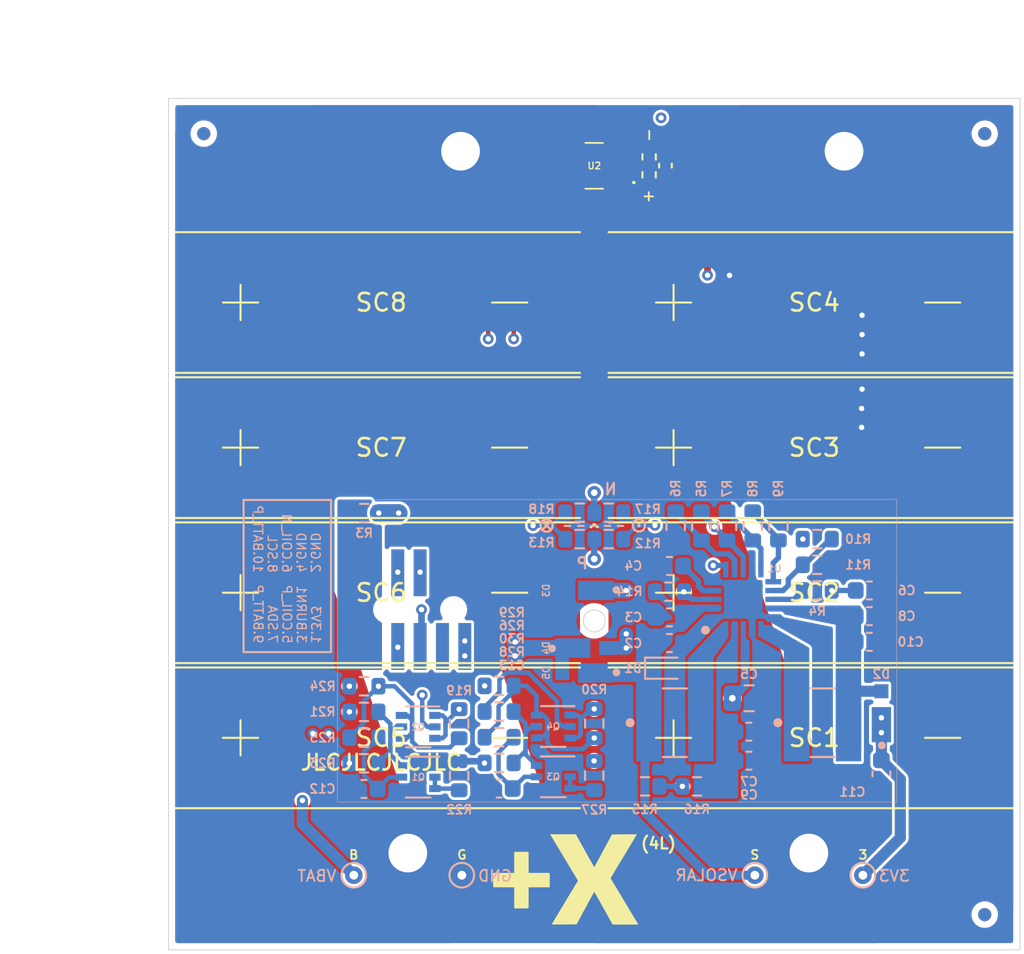
<source format=kicad_pcb>
(kicad_pcb (version 20211014) (generator pcbnew)
  (layers (0 "F.Cu" signal "Top") (1 "In1.Cu" signal) (2 "In2.Cu" signal) (31 "B.Cu" signal "Bottom") (34 "B.Paste" user) (35 "F.Paste" user) (36 "B.SilkS" user "B.Silkscreen") (37 "F.SilkS" user "F.Silkscreen") (38 "B.Mask" user) (39 "F.Mask" user) (44 "Edge.Cuts" user))
  (net 0 "")
  (net 1 "GND")
  (net 2 "+3V3")
  (net 3 "Net-(C7-Pad1)")
  (net 4 "Net-(L1-Pad2)")
  (net 5 "VOUT_EN")
  (net 6 "VSOLAR")
  (net 7 "VBAT_OK")
  (net 8 "SDA")
  (net 9 "BATT_P")
  (net 10 "COIL_N")
  (net 11 "COIL_P")
  (net 12 "Net-(C4-Pad1)")
  (net 13 "Net-(C10-Pad1)")
  (net 14 "Net-(L2-Pad1)")
  (net 15 "Net-(R10-Pad2)")
  (net 16 "Net-(R5-Pad1)")
  (net 17 "Net-(R7-Pad1)")
  (net 18 "Net-(R8-Pad1)")
  (net 19 "Net-(R10-Pad1)")
  (net 20 "Net-(R14-Pad1)")
  (net 21 "Net-(C12-Pad1)")
  (net 22 "/coil")
  (net 23 "/VSOLAR_FULL")
  (net 24 "BURN1")
  (net 25 "Net-(C13-Pad1)")
  (net 26 "Net-(D3-Pad1)")
  (net 27 "SCL")
  (net 28 "Net-(Q1-Pad2)")
  (net 29 "Net-(Q1-Pad6)")
  (net 30 "Net-(Q2-Pad2)")
  (net 31 "SCL_LS")
  (net 32 "Net-(Q3-Pad2)")
  (net 33 "Net-(Q3-Pad6)")
  (net 34 "Net-(Q4-Pad2)")
  (net 35 "SDA_LS")
  (net 36 "Net-(R1-Pad1)")
  (net 38 "VBAT")
  (footprint "solarpanels:KXOB25-05X3F" (layer "F.Cu") (at 83.89 78.65)
    (fp_text reference "SC5")
    (fp_text value "SolarCell_Small")
  )
  (footprint "solarpanels:KXOB25-05X3F" (layer "F.Cu") (at 83.89 70.4)
    (fp_text reference "SC6")
    (fp_text value "SolarCell_Small")
  )
  (footprint "solarpanels:KXOB25-05X3F" (layer "F.Cu") (at 83.89 62.149996)
    (fp_text reference "SC7")
    (fp_text value "SolarCell_Small")
  )
  (footprint "solarpanels:KXOB25-05X3F" (layer "F.Cu") (at 108.51 78.65)
    (fp_text reference "SC1")
    (fp_text value "SolarCell_Small")
  )
  (footprint "solarpanels:KXOB25-05X3F" (layer "F.Cu") (at 108.51 70.4)
    (fp_text reference "SC2")
    (fp_text value "SolarCell_Small")
  )
  (footprint "solarpanels:KXOB25-05X3F" (layer "F.Cu") (at 108.51 62.149996)
    (fp_text reference "SC3")
    (fp_text value "SolarCell_Small")
  )
  (footprint "solarpanels:KXOB25-05X3F" (layer "F.Cu") (at 108.51 53.9)
    (fp_text reference "SC4")
    (fp_text value "SolarCell_Small")
  )
  (footprint "Capacitor_SMD:C_0402_1005Metric" (layer "F.Cu") (at 110.75 46.12 -90)
    (fp_text reference "C1" hide)
    (fp_text value "1uF")
  )
  (footprint "Resistor_SMD:R_0402_1005Metric" (layer "F.Cu") (at 109.82 46.64 -90)
    (fp_text reference "R1" hide)
    (fp_text value "0")
  )
  (footprint "solarpanels:TSL2561" (layer "F.Cu") (at 106.7 46.13 180)
    (fp_text reference "U2")
    (fp_text value "TSL2561" hide)
  )
  (footprint "Resistor_SMD:R_0402_1005Metric" (layer "F.Cu") (at 109.82 45.62 -90)
    (fp_text reference "R2" hide)
    (fp_text value "0")
  )
  (footprint "Fiducial:Fiducial_0.75mm_Mask1.5mm" (layer "F.Cu") (at 128.9 88.7)
    (fp_text reference "REF**" hide)
    (fp_text value "Fiducial_0.75mm_Mask1.5mm")
  )
  (footprint "Fiducial:Fiducial_0.75mm_Mask1.5mm" (layer "F.Cu") (at 84.5 44.3)
    (fp_text reference "REF**" hide)
    (fp_text value "Fiducial_0.75mm_Mask1.5mm")
  )
  (footprint "Fiducial:Fiducial_0.75mm_Mask1.5mm" (layer "F.Cu") (at 128.9 44.3)
    (fp_text reference "REF**" hide)
    (fp_text value "Fiducial_0.75mm_Mask1.5mm")
  )
  (footprint "solarpanels:KXOB25-05X3F" (layer "F.Cu") (at 83.89 53.9)
    (fp_text reference "SC8")
    (fp_text value "SolarCell_Small")
  )
  (footprint "X Label" (layer "F.Cu") (at 106.7 88.205445)
    (fp_text reference "REF**" hide)
    (fp_text value "X Label" hide)
  )
  (footprint "Capacitor_SMD:C_0805_2012Metric" (layer "B.Cu") (at 115.5 76.4)
    (fp_text reference "C5")
    (fp_text value "100uF")
  )
  (footprint "Capacitor_SMD:C_0603_1608Metric" (layer "B.Cu") (at 115.5 79.95)
    (fp_text reference "C9")
    (fp_text value "0.1uF")
  )
  (footprint "Capacitor_SMD:C_0603_1608Metric" (layer "B.Cu") (at 122.34 71.73)
    (fp_text reference "C8")
    (fp_text value "22uF")
  )
  (footprint "Capacitor_SMD:C_0603_1608Metric" (layer "B.Cu") (at 122.34 70.27)
    (fp_text reference "C6")
    (fp_text value "1uF")
  )
  (footprint "Capacitor_SMD:C_0603_1608Metric" (layer "B.Cu") (at 110.975 68.88 180)
    (fp_text reference "C4")
    (fp_text value "10nF")
  )
  (footprint "solarpanels:LPS4018" (layer "B.Cu") (at 119.67924 77.78963)
    (fp_text reference "L2" hide)
    (fp_text value "10uH-LPS4018-103MR" hide)
  )
  (footprint "Resistor_SMD:R_0603_1608Metric" (layer "B.Cu") (at 109.58 81.41)
    (fp_text reference "R15")
    (fp_text value "DNI")
  )
  (footprint "Resistor_SMD:R_0603_1608Metric" (layer "B.Cu") (at 117.17 66.6 -90)
    (fp_text reference "R9")
    (fp_text value "4.53M")
  )
  (footprint "Resistor_SMD:R_0603_1608Metric" (layer "B.Cu") (at 119.38 68.81 180)
    (fp_text reference "R11")
    (fp_text value "4.75M")
  )
  (footprint "Resistor_SMD:R_0603_1608Metric" (layer "B.Cu") (at 114.25 66.6 -90)
    (fp_text reference "R7")
    (fp_text value "374K")
  )
  (footprint "Resistor_SMD:R_0603_1608Metric" (layer "B.Cu") (at 119.38 70.27)
    (fp_text reference "R4")
    (fp_text value "0")
  )
  (footprint "Resistor_SMD:R_0603_1608Metric" (layer "B.Cu") (at 115.71 66.6 -90)
    (fp_text reference "R8")
    (fp_text value "8.25M")
  )
  (footprint "Resistor_SMD:R_0603_1608Metric" (layer "B.Cu") (at 110.975 70.34 180)
    (fp_text reference "R14")
    (fp_text value "DNI")
  )
  (footprint "Resistor_SMD:R_0603_1608Metric" (layer "B.Cu") (at 119.38 67.35 180)
    (fp_text reference "R10")
    (fp_text value "8.25M")
  )
  (footprint "solarpanels:QFN50P350X350X100-21N-D" (layer "B.Cu") (at 115.175 70.775)
    (fp_text reference "U1")
    (fp_text value "BQ25570RGRR" hide)
  )
  (footprint "solarpanels:LPS4018" (layer "B.Cu") (at 111.27924 77.78963)
    (fp_text reference "L1" hide)
    (fp_text value "22uH-LPS4018-223MR" hide)
  )
  (footprint "Resistor_SMD:R_0603_1608Metric" (layer "B.Cu") (at 112.54 81.41 180)
    (fp_text reference "R16")
    (fp_text value "0")
  )
  (footprint "Resistor_SMD:R_0603_1608Metric" (layer "B.Cu") (at 112.79 66.6 90)
    (fp_text reference "R5")
    (fp_text value "7.32M")
  )
  (footprint "Capacitor_SMD:C_0603_1608Metric" (layer "B.Cu") (at 115.5 78.3)
    (fp_text reference "C7")
    (fp_text value "4.7uF")
  )
  (footprint "solarpanels:MICROSMP" (layer "B.Cu") (at 123.025 77.25 90)
    (fp_text reference "D2")
    (fp_text value "MSS1P4-M3_89A" hide)
  )
  (footprint "Resistor_SMD:R_0603_1608Metric" (layer "B.Cu") (at 111.33 66.6 90)
    (fp_text reference "R6")
    (fp_text value "5.62M")
  )
  (footprint "Capacitor_SMD:C_0603_1608Metric" (layer "B.Cu") (at 110.975 71.8 180)
    (fp_text reference "C3")
    (fp_text value "4.7uF")
  )
  (footprint "TestPoint:TestPoint_THTPad_D1.0mm_Drill0.5mm" (layer "B.Cu") (at 99.17 86.46)
    (fp_text reference "TP2" hide)
    (fp_text value "TP")
  )
  (footprint "TestPoint:TestPoint_THTPad_D1.0mm_Drill0.5mm" (layer "B.Cu") (at 121.97 86.46)
    (fp_text reference "TP3" hide)
    (fp_text value "TP")
  )
  (footprint "TestPoint:TestPoint_THTPad_D1.0mm_Drill0.5mm" (layer "B.Cu") (at 93.03 86.46)
    (fp_text reference "TP4" hide)
    (fp_text value "TP")
  )
  (footprint "TestPoint:TestPoint_THTPad_D1.0mm_Drill0.5mm" (layer "B.Cu") (at 115.83 86.46)
    (fp_text reference "TP1" hide)
    (fp_text value "TP")
  )
  (footprint "Resistor_SMD:R_0603_1608Metric" (layer "B.Cu") (at 105.875 65.85)
    (fp_text reference "R18")
    (fp_text value "0")
  )
  (footprint "Resistor_SMD:R_0603_1608Metric" (layer "B.Cu") (at 107.525 65.85)
    (fp_text reference "R17")
    (fp_text value "0")
  )
  (footprint "Resistor_SMD:R_0603_1608Metric" (layer "B.Cu") (at 107.525 67.35)
    (fp_text reference "R12")
    (fp_text value "0")
  )
  (footprint "Resistor_SMD:R_0603_1608Metric" (layer "B.Cu") (at 105.875 67.35)
    (fp_text reference "R13")
    (fp_text value "0")
  )
  (footprint "Fiducial:Fiducial_0.75mm_Mask1.5mm" (layer "B.Cu") (at 128.9 44.3)
    (fp_text reference "REF**" hide)
    (fp_text value "Fiducial_0.75mm_Mask1.5mm")
  )
  (footprint "Fiducial:Fiducial_0.75mm_Mask1.5mm" (layer "B.Cu") (at 84.5 44.3)
    (fp_text reference "REF**" hide)
    (fp_text value "Fiducial_0.75mm_Mask1.5mm")
  )
  (footprint "Fiducial:Fiducial_0.75mm_Mask1.5mm" (layer "B.Cu") (at 128.9 88.7)
    (fp_text reference "REF**" hide)
    (fp_text value "Fiducial_0.75mm_Mask1.5mm")
  )
  (footprint "Diode_SMD:D_SOD-523" (layer "B.Cu") (at 110.74 74.69)
    (fp_text reference "D1")
    (fp_text value "SZMM5Z5V1T1G")
  )
  (footprint "Resistor_SMD:R_0603_1608Metric" (layer "B.Cu") (at 99.02 80.805 -90)
    (fp_text reference "R22")
    (fp_text value "100K")
  )
  (footprint "Resistor_SMD:R_0603_1608Metric" (layer "B.Cu") (at 101.29 77.155)
    (fp_text reference "R26")
    (fp_text value "680")
  )
  (footprint "solarpanels:MICROSMP" (layer "B.Cu") (at 106.13 74.96 180)
    (fp_text reference "D5")
    (fp_text value "MSS1P4-M3_89A" hide)
  )
  (footprint "solarpanels:MICROSMP" (layer "B.Cu") (at 106.13 70.27 180)
    (fp_text reference "D3")
    (fp_text value "MSS1P4-M3_89A" hide)
  )
  (footprint "Capacitor_SMD:C_0603_1608Metric" (layer "B.Cu") (at 123.025 80.7 -90)
    (fp_text reference "C11")
    (fp_text value "0.1uF")
  )
  (footprint "Resistor_SMD:R_0603_1608Metric" (layer "B.Cu") (at 93.605 77.175)
    (fp_text reference "R21")
    (fp_text value "680")
  )
  (footprint "MountingHole:MountingHole_2.2mm_M2_DIN965_Pad" (layer "B.Cu") (at 99.100005 45.300011 180)
    (fp_text reference "H2" hide)
    (fp_text value "MountingHole")
  )
  (footprint "Resistor_SMD:R_0603_1608Metric" (layer "B.Cu") (at 106.7 77.835 90)
    (fp_text reference "R20")
    (fp_text value "DNI")
  )
  (footprint "Capacitor_SMD:C_0603_1608Metric" (layer "B.Cu") (at 93.605 81.555 180)
    (fp_text reference "C12")
    (fp_text value "10nF")
  )
  (footprint "Resistor_SMD:R_0603_1608Metric" (layer "B.Cu") (at 106.7 80.795 -90)
    (fp_text reference "R27")
    (fp_text value "100K")
  )
  (footprint "Resistor_SMD:R_0603_1608Metric" (layer "B.Cu") (at 99.02 77.845 90)
    (fp_text reference "R19")
    (fp_text value "DNI")
  )
  (footprint "Resistor_SMD:R_0603_1608Metric" (layer "B.Cu") (at 93.605 80.095)
    (fp_text reference "R23")
    (fp_text value "10K")
  )
  (footprint "Resistor_SMD:R_0603_1608Metric" (layer "B.Cu") (at 101.29 78.615)
    (fp_text reference "R30")
    (fp_text value "200K")
  )
  (footprint "Resistor_SMD:R_0603_1608Metric" (layer "B.Cu") (at 93.605 75.715)
    (fp_text reference "R24")
    (fp_text value "10K")
  )
  (footprint "Package_TO_SOT_SMD:SOT-363_SC-70-6" (layer "B.Cu") (at 104.37 80.865 180)
    (fp_text reference "Q3")
    (fp_text value "BSS138DWQ-7")
  )
  (footprint "MountingHole:MountingHole_2.2mm_M2_DIN965_Pad" (layer "B.Cu") (at 118.9 85.2 180)
    (fp_text reference "H4" hide)
    (fp_text value "MountingHole")
  )
  (footprint "Resistor_SMD:R_0603_1608Metric" (layer "B.Cu") (at 93.605 78.635)
    (fp_text reference "R25")
    (fp_text value "200K")
  )
  (footprint "custom-footprints:pycubed_mini_half" (layer "B.Cu") (at 106.95 44.55 180)
    (fp_text reference "Ref**" hide)
    (fp_text value "Val**" hide)
  )
  (footprint "MountingHole:MountingHole_2.2mm_M2_DIN965_Pad" (layer "B.Cu") (at 96.1 85.2 180)
    (fp_text reference "H3" hide)
    (fp_text value "MountingHole")
  )
  (footprint "Package_TO_SOT_SMD:SOT-363_SC-70-6" (layer "B.Cu") (at 96.69 78.025 180)
    (fp_text reference "Q2")
    (fp_text value "MBT2222ADW1T1")
  )
  (footprint "Resistor_SMD:R_0603_1608Metric" (layer "B.Cu") (at 101.29 75.695)
    (fp_text reference "R29")
    (fp_text value "10K")
  )
  (footprint "Package_TO_SOT_SMD:SOT-363_SC-70-6" (layer "B.Cu") (at 96.69 80.885 180)
    (fp_text reference "Q1")
    (fp_text value "BSS138DWQ-7")
  )
  (footprint "Resistor_SMD:R_0603_1608Metric" (layer "B.Cu") (at 93.62 65.87)
    (fp_text reference "R3")
    (fp_text value "0")
  )
  (footprint "Capacitor_SMD:C_0603_1608Metric" (layer "B.Cu") (at 110.975 73.26)
    (fp_text reference "C2")
    (fp_text value "0.1uF")
  )
  (footprint "Package_TO_SOT_SMD:SOT-363_SC-70-6" (layer "B.Cu") (at 104.37 78.005 180)
    (fp_text reference "Q4")
    (fp_text value "MBT2222ADW1T1")
  )
  (footprint "Capacitor_SMD:C_0603_1608Metric" (layer "B.Cu") (at 101.29 81.535 180)
    (fp_text reference "C13")
    (fp_text value "10nF")
  )
  (footprint "MountingHole:MountingHole_2.2mm_M2_DIN965_Pad" (layer "B.Cu") (at 120.900012 45.300011 180)
    (fp_text reference "H1" hide)
    (fp_text value "MountingHole")
  )
  (footprint "Resistor_SMD:R_0603_1608Metric" (layer "B.Cu") (at 101.29 80.075)
    (fp_text reference "R28")
    (fp_text value "10K")
  )
  (footprint "Capacitor_SMD:C_0603_1608Metric" (layer "B.Cu") (at 122.34 73.19)
    (fp_text reference "C10")
    (fp_text value "0.1uF")
  )
  (footprint "solarpanels:SAMTEC-FTS-105-01-X-DV-A" (layer "B.Cu") (at 96.8 71.36 180)
    (fp_text reference "J1" hide)
    (fp_text value "FTS-105-01-L-DV-A")
  )
  (footprint "solarpanels:MICROSMP" (layer "B.Cu") (at 106.13 73.54)
    (fp_text reference "D4")
    (fp_text value "MSS1P4-M3_89A" hide)
  )
  (gr_line (start 107.30325 66.6) (end 107.62075 66.6) (layer "B.SilkS") (width 0.12))
  (gr_line (start 106.85875 66.6) (end 106.54125 66.6) (layer "B.SilkS") (width 0.12))
  (gr_line (start 106.09675 66.6) (end 105.77925 66.6) (layer "B.SilkS") (width 0.12))
  (gr_line (start 108.351 66.6) (end 108.0335 66.6) (layer "B.SilkS") (width 0.12))
  (gr_line (start 105.01725 66.6) (end 105.33475 66.6) (layer "B.SilkS") (width 0.12))
  (gr_line (start 123.9 65.1) (end 123.9 82.3) (layer "B.SilkS") (width 0.0254))
  (gr_rect (start 86.765 65.125) (end 91.735 73.775) (layer "B.SilkS") (width 0.12) (fill none))
  (gr_line (start 92.1 75.4) (end 92.1 73.8) (layer "B.SilkS") (width 0.0254))
  (gr_line (start 123.9 82.3) (end 92.1 82.3) (layer "B.SilkS") (width 0.0254))
  (gr_line (start 92.1 82.3) (end 92.1 75.4) (layer "B.SilkS") (width 0.0254))
  (gr_line (start 92.1 65.1) (end 123.9 65.1) (layer "B.SilkS") (width 0.0254))
  (gr_line (start 92.1 73.8) (end 92.1 65.1) (layer "B.SilkS") (width 0.0254))
  (gr_line (start 82.5 90.7) (end 82.5 42.3) (layer "Edge.Cuts") (width 0.05))
  (gr_line (start 82.5 42.3) (end 130.9 42.3) (layer "Edge.Cuts") (width 0.05))
  (gr_line (start 82.5 90.7) (end 130.9 90.7) (layer "Edge.Cuts") (width 0.05))
  (gr_line (start 130.9 42.3) (end 130.9 90.7) (layer "Edge.Cuts") (width 0.05))
  (gr_circle (center 106.7 72) (end 107.325 72) (layer "Edge.Cuts") (width 0.05) (fill none))
  (gr_text "GND" (at 102.1 86.5) (layer "B.SilkS") (effects (font (size 0.635 0.635) (thickness 0.1016)) (justify left mirror)))
  (gr_text "VSOLAR" (at 114.9 86.46) (layer "B.SilkS") (effects (font (size 0.635 0.635) (thickness 0.1016)) (justify left mirror)))
  (gr_text "VBAT" (at 92.1 86.5) (layer "B.SilkS") (effects (font (size 0.635 0.635) (thickness 0.1016)) (justify left mirror)))
  (gr_text "3V3" (at 124.7 86.5) (layer "B.SilkS") (effects (font (size 0.635 0.635) (thickness 0.1016)) (justify left mirror)))
  (gr_text "⊙" (at 109.24 66.64 180) (layer "B.SilkS") (effects (font (size 0.889 0.889) (thickness 0.127)) (justify mirror)))
  (gr_text "P" (at 106.01 68.73) (layer "B.SilkS") (effects (font (size 0.635 0.635) (thickness 0.127)) (justify mirror)))
  (gr_text "N" (at 107.63 64.45 180) (layer "B.SilkS") (effects (font (size 0.635 0.635) (thickness 0.127)) (justify mirror)))
  (gr_text "⊗" (at 103.99 66.52) (layer "B.SilkS") (effects (font (size 0.889 0.889) (thickness 0.127)) (justify mirror)))
  (gr_text "2.GND\n4.GND\n6.COIL_N\n8.SCL\n10.BATT_P" (at 89.21 69.3 270) (layer "B.SilkS") (effects (font (size 0.508 0.508) (thickness 0.0762)) (justify left mirror)))
  (gr_text "1.3V3\n3.BURN1\n5.COIL_P\n7.SDA\n9.BATT_P" (at 89.23 73.325 270) (layer "B.SilkS") (effects (font (size 0.508 0.508) (thickness 0.0762)) (justify left mirror)))
  (gr_text "B" (at 93.025 85.3) (layer "F.SilkS") (effects (font (size 0.508 0.508) (thickness 0.1016))))
  (gr_text "3" (at 121.975 85.3) (layer "F.SilkS") (effects (font (size 0.508 0.508) (thickness 0.1016))))
  (gr_text "G" (at 99.175 85.3) (layer "F.SilkS") (effects (font (size 0.508 0.508) (thickness 0.1016))))
  (gr_text "JLCJLCJLCJLC" (at 94.59 80.05) (layer "F.SilkS") (effects (font (size 0.889 0.889))))
  (gr_text "(4L)" (at 110.35 84.65) (layer "F.SilkS") (effects (font (size 0.635 0.635) (thickness 0.127))))
  (gr_text "S" (at 115.825 85.3) (layer "F.SilkS") (effects (font (size 0.508 0.508) (thickness 0.1016))))
  (gr_text "+" (at 109.8 47.82) (layer "F.SilkS") (effects (font (size 0.635 0.635) (thickness 0.1016))))
  (gr_text "^" (at 106.7 67.11) (layer "F.SilkS") (effects (font (size 1 1))))
  (gr_text "-" (at 109.78 44.38 90) (layer "F.SilkS") (effects (font (size 0.635 0.635) (thickness 0.1016))))
  (segment (start 108.15 45.18) (end 108.325 45.355) (width 0.381) (layer "F.Cu") (net 1))
  (segment (start 108.325 45.355) (end 112.58 45.355) (width 0.381) (layer "F.Cu") (net 1))
  (segment (start 114.39 47.165) (end 114.39 52.36) (width 0.381) (layer "F.Cu") (net 1))
  (segment (start 112.58 45.355) (end 114.39 47.165) (width 0.381) (layer "F.Cu") (net 1))
  (via (at 121.925 54.625) (size 0.6096) (drill 0.3048) (layers "F.Cu" "B.Cu") (net 1))
  (via (at 114.39 52.36) (size 0.6096) (drill 0.3048) (layers "F.Cu" "B.Cu") (net 1))
  (via (at 121.925 58.825) (size 0.6096) (drill 0.3048) (layers "F.Cu" "B.Cu") (net 1))
  (via (at 121.925 55.725) (size 0.6096) (drill 0.3048) (layers "F.Cu" "B.Cu") (net 1))
  (via (at 121.925 56.825) (size 0.6096) (drill 0.3048) (layers "F.Cu" "B.Cu") (net 1))
  (via (at 121.9 59.925) (size 0.6096) (drill 0.3048) (layers "F.Cu" "B.Cu") (net 1))
  (via (at 121.9 61) (size 0.6096) (drill 0.3048) (layers "F.Cu" "B.Cu") (net 1))
  (segment (start 112.155 46.905) (end 108.325 46.905) (width 0.381) (layer "F.Cu") (net 2))
  (segment (start 113.14 52.35) (end 113.14 47.89) (width 0.381) (layer "F.Cu") (net 2))
  (segment (start 113.14 47.89) (end 112.155 46.905) (width 0.381) (layer "F.Cu") (net 2))
  (segment (start 108.325 46.905) (end 108.15 47.08) (width 0.381) (layer "F.Cu") (net 2))
  (via (at 123.025 78.355) (size 0.6096) (drill 0.3048) (layers "F.Cu" "B.Cu") (net 2))
  (via (at 99.34 73.14) (size 0.6096) (drill 0.3048) (layers "F.Cu" "B.Cu") (net 2))
  (via (at 92.78 80.095) (size 0.6096) (drill 0.3048) (layers "F.Cu" "B.Cu") (net 2))
  (via (at 92.78 75.715) (size 0.6096) (drill 0.3048) (layers "F.Cu" "B.Cu") (net 2))
  (via (at 123.025 77.51) (size 0.6096) (drill 0.3048) (layers "F.Cu" "B.Cu") (net 2))
  (via (at 106.69 79.96) (size 0.6096) (drill 0.3048) (layers "F.Cu" "B.Cu") (net 2))
  (via (at 99.34 73.99) (size 0.6096) (drill 0.3048) (layers "F.Cu" "B.Cu") (net 2))
  (via (at 113.14 52.35) (size 0.6096) (drill 0.3048) (layers "F.Cu" "B.Cu") (net 2))
  (via (at 100.46 80.085) (size 0.6096) (drill 0.3048) (layers "F.Cu" "B.Cu") (net 2))
  (via (at 100.47 75.695) (size 0.6096) (drill 0.3048) (layers "F.Cu" "B.Cu") (net 2))
  (segment (start 123.025 79.925) (end 123.025 78.355) (width 0.635) (layer "B.Cu") (net 2))
  (segment (start 99.02 79.98) (end 100.355 79.98) (width 0.381) (layer "B.Cu") (net 2))
  (segment (start 121.97 86.46) (end 124.1 84.33) (width 0.635) (layer "B.Cu") (net 2))
  (segment (start 124.1 81) (end 123.025 79.925) (width 0.635) (layer "B.Cu") (net 2))
  (segment (start 124.1 84.33) (end 124.1 81) (width 0.635) (layer "B.Cu") (net 2))
  (via (at 120.21 70.28) (size 0.6096) (drill 0.3048) (layers "F.Cu" "B.Cu") (net 5))
  (via (at 113.46 68.85) (size 0.6096) (drill 0.3048) (layers "F.Cu" "B.Cu") (net 5))
  (segment (start 113.46 68.85) (end 114.0356 68.85) (width 0.3048) (layer "B.Cu") (net 5))
  (segment (start 120.205 70.27) (end 121.565 70.27) (width 0.3048) (layer "B.Cu") (net 5))
  (segment (start 109.58 78.00932) (end 109.58 82.89) (width 0.508) (layer "B.Cu") (net 6))
  (segment (start 113.15 86.46) (end 115.83 86.46) (width 0.508) (layer "B.Cu") (net 6))
  (segment (start 109.58 82.89) (end 113.15 86.46) (width 0.508) (layer "B.Cu") (net 6))
  (segment (start 111.68 71.8) (end 110.22 70.34) (width 0.381) (layer "B.Cu") (net 6))
  (segment (start 106.78 74.96) (end 109.31 74.96) (width 1.016) (layer "B.Cu") (net 6))
  (segment (start 118.05 70.775) (end 118.555 70.27) (width 0.3048) (layer "B.Cu") (net 7))
  (segment (start 116.875 70.775) (end 118.05 70.775) (width 0.3048) (layer "B.Cu") (net 7))
  (via (at 106.7 77.005) (size 0.6096) (drill 0.3048) (layers "F.Cu" "B.Cu") (net 8))
  (via (at 95.53 73.5) (size 0.6096) (drill 0.3048) (layers "F.Cu" "B.Cu") (net 8))
  (segment (start 105.7538 78.655) (end 105.9244 78.4844) (width 0.254) (layer "B.Cu") (net 8))
  (segment (start 105.32 78.655) (end 105.7538 78.655) (width 0.254) (layer "B.Cu") (net 8))
  (segment (start 106.51 77.005) (end 105.9844 77.5306) (width 0.254) (layer "B.Cu") (net 8))
  (segment (start 105.32 77.355) (end 105.7488 77.355) (width 0.254) (layer "B.Cu") (net 8))
  (segment (start 105.9244 78.4844) (end 105.9244 77.5306) (width 0.254) (layer "B.Cu") (net 8))
  (segment (start 105.7488 77.355) (end 105.9244 77.5306) (width 0.254) (layer "B.Cu") (net 8))
  (via (at 96.8 69.23) (size 0.6096) (drill 0.3048) (layers "F.Cu" "B.Cu") (net 10))
  (via (at 106.7 64.71) (size 0.762) (drill 0.381) (layers "F.Cu" "B.Cu") (net 10))
  (segment (start 106.7 64.71) (end 106.7 65.85) (width 0.381) (layer "B.Cu") (net 10))
  (via (at 96.88 71.36) (size 0.6096) (drill 0.3048) (layers "F.Cu" "B.Cu") (net 11))
  (via (at 106.7 68.48) (size 0.762) (drill 0.381) (layers "F.Cu" "B.Cu") (net 11))
  (segment (start 96.88 71.36) (end 96.88 73.3745) (width 0.381) (layer "B.Cu") (net 11))
  (segment (start 106.7 67.35) (end 106.7 68.48) (width 0.381) (layer "B.Cu") (net 11))
  (segment (start 112.63 70.03) (end 112.63 69.76) (width 0.3048) (layer "B.Cu") (net 12))
  (segment (start 113.475 70.275) (end 112.875 70.275) (width 0.3048) (layer "B.Cu") (net 12))
  (segment (start 112.63 69.76) (end 111.75 68.88) (width 0.3048) (layer "B.Cu") (net 12))
  (segment (start 112.875 70.275) (end 112.63 70.03) (width 0.3048) (layer "B.Cu") (net 12))
  (segment (start 123.025 76) (end 121.15879 76) (width 0.635) (layer "B.Cu") (net 13))
  (via (at 113.53 66.65) (size 0.6096) (drill 0.3048) (layers "F.Cu" "B.Cu") (net 15))
  (via (at 118.56 67.35) (size 0.6096) (drill 0.3048) (layers "F.Cu" "B.Cu") (net 15))
  (segment (start 115.175 68.35) (end 114.25 67.425) (width 0.3048) (layer "B.Cu") (net 15))
  (segment (start 114.25 67.36) (end 112.79 65.9) (width 0.3048) (layer "B.Cu") (net 15))
  (segment (start 115.175 69.075) (end 115.175 68.35) (width 0.3048) (layer "B.Cu") (net 15))
  (segment (start 114.675 69.075) (end 114.675 68.535) (width 0.3048) (layer "B.Cu") (net 16))
  (segment (start 112.79 67.34) (end 111.33 65.88) (width 0.3048) (layer "B.Cu") (net 16))
  (segment (start 113.555 68.19) (end 112.79 67.425) (width 0.3048) (layer "B.Cu") (net 16))
  (segment (start 114.675 68.535) (end 114.33 68.19) (width 0.3048) (layer "B.Cu") (net 16))
  (segment (start 114.33 68.19) (end 113.555 68.19) (width 0.3048) (layer "B.Cu") (net 16))
  (segment (start 116.175 69.075) (end 116.175 67.89) (width 0.3048) (layer "B.Cu") (net 17))
  (segment (start 115.71 67.32) (end 114.25 65.86) (width 0.3048) (layer "B.Cu") (net 17))
  (segment (start 116.175 67.89) (end 115.71 67.425) (width 0.3048) (layer "B.Cu") (net 17))
  (segment (start 116.875 68.705) (end 117.17 68.41) (width 0.3048) (layer "B.Cu") (net 18))
  (segment (start 117.17 68.41) (end 117.17 67.425) (width 0.3048) (layer "B.Cu") (net 18))
  (segment (start 116.875 69.775) (end 116.875 68.705) (width 0.3048) (layer "B.Cu") (net 18))
  (segment (start 117.17 67.33) (end 115.71 65.87) (width 0.3048) (layer "B.Cu") (net 18))
  (segment (start 117.73 69.98) (end 117.73 69.635) (width 0.3048) (layer "B.Cu") (net 19))
  (segment (start 117.435 70.275) (end 117.73 69.98) (width 0.3048) (layer "B.Cu") (net 19))
  (segment (start 118.65 68.81) (end 120.11 67.35) (width 0.3048) (layer "B.Cu") (net 19))
  (segment (start 116.875 70.275) (end 117.435 70.275) (width 0.3048) (layer "B.Cu") (net 19))
  (segment (start 117.73 69.635) (end 118.555 68.81) (width 0.3048) (layer "B.Cu") (net 19))
  (via (at 111.79 70.35) (size 0.6096) (drill 0.3048) (layers "F.Cu" "B.Cu") (net 20))
  (via (at 111.71 81.41) (size 0.6096) (drill 0.3048) (layers "F.Cu" "B.Cu") (net 20))
  (segment (start 112.235 70.775) (end 111.8 70.34) (width 0.3048) (layer "B.Cu") (net 20))
  (segment (start 110.405 81.41) (end 111.715 81.41) (width 0.3048) (layer "B.Cu") (net 20))
  (segment (start 113.475 70.775) (end 112.235 70.775) (width 0.3048) (layer "B.Cu") (net 20))
  (segment (start 95.05 80.885) (end 94.38 81.555) (width 0.254) (layer "B.Cu") (net 21))
  (segment (start 95.74 80.885) (end 95.05 80.885) (width 0.254) (layer "B.Cu") (net 21))
  (segment (start 94.38 81.555) (end 93.62 80.795) (width 0.254) (layer "B.Cu") (net 21))
  (segment (start 93.62 80.795) (end 93.62 79.435) (width 0.254) (layer "B.Cu") (net 21))
  (segment (start 93.62 79.435) (end 94.42 78.635) (width 0.254) (layer "B.Cu") (net 21))
  (via (at 103.22 66.58) (size 0.6096) (drill 0.3048) (layers "F.Cu" "B.Cu") (net 22))
  (via (at 110.500008 43.399989) (size 0.6096) (drill 0.3048) (layers "F.Cu" "B.Cu") (net 22))
  (via (at 110.15 66.57) (size 0.6096) (drill 0.3048) (layers "F.Cu" "B.Cu") (net 22))
  (segment (start 109.49 66.57) (end 110.15 66.57) (width 0.254) (layer "B.Cu") (net 22))
  (segment (start 109.07 66.57) (end 109.49 66.57) (width 0.254) (layer "B.Cu") (net 22))
  (segment (start 108.35 65.85) (end 109.07 66.57) (width 0.254) (layer "B.Cu") (net 22))
  (segment (start 104.32 66.58) (end 103.56 66.58) (width 0.254) (layer "B.Cu") (net 22))
  (segment (start 105.05 67.35) (end 104.28 66.58) (width 0.254) (layer "B.Cu") (net 22))
  (segment (start 109.49 66.57) (end 109.13 66.57) (width 0.254) (layer "B.Cu") (net 22))
  (segment (start 109.13 66.57) (end 108.35 67.35) (width 0.254) (layer "B.Cu") (net 22))
  (segment (start 103.56 66.58) (end 103.22 66.58) (width 0.254) (layer "B.Cu") (net 22))
  (segment (start 104.28 66.58) (end 103.56 66.58) (width 0.254) (layer "B.Cu") (net 22))
  (segment (start 105.05 65.85) (end 104.32 66.58) (width 0.254) (layer "B.Cu") (net 22))
  (via (at 102.2 73.99) (size 0.6096) (drill 0.3048) (layers "F.Cu" "B.Cu") (net 23))
  (via (at 91.6 78.4) (size 0.6096) (drill 0.3048) (layers "F.Cu" "B.Cu") (net 23))
  (via (at 90.7 78.4) (size 0.6096) (drill 0.3048) (layers "F.Cu" "B.Cu") (net 23))
  (via (at 102.2 73.2) (size 0.6096) (drill 0.3048) (layers "F.Cu" "B.Cu") (net 23))
  (segment (start 105.48 73.54) (end 104.13 73.54) (width 0.889) (layer "B.Cu") (net 23))
  (segment (start 102.65 73.54) (end 102.2 73.99) (width 0.889) (layer "B.Cu") (net 23))
  (segment (start 104.13 73.54) (end 102.65 73.54) (width 0.889) (layer "B.Cu") (net 23))
  (segment (start 104.13 73.54) (end 102.54 73.54) (width 0.889) (layer "B.Cu") (net 23))
  (segment (start 102.54 73.54) (end 102.2 73.2) (width 0.889) (layer "B.Cu") (net 23))
  (segment (start 104.88 74.96) (end 104.88 73.69) (width 0.762) (layer "B.Cu") (net 23))
  (segment (start 102.2 73.99) (end 102.2 73.2) (width 0.889) (layer "B.Cu") (net 23))
  (segment (start 102.065 81.535) (end 102.735 80.865) (width 0.254) (layer "B.Cu") (net 25))
  (segment (start 102.735 80.865) (end 103.42 80.865) (width 0.254) (layer "B.Cu") (net 25))
  (segment (start 101.26 80.73) (end 101.26 79.47) (width 0.254) (layer "B.Cu") (net 25))
  (segment (start 102.065 81.535) (end 101.26 80.73) (width 0.254) (layer "B.Cu") (net 25))
  (segment (start 101.26 79.47) (end 102.115 78.615) (width 0.254) (layer "B.Cu") (net 25))
  (via (at 108.51 70.27) (size 0.6096) (drill 0.3048) (layers "F.Cu" "B.Cu") (net 26))
  (via (at 108.52 73.54) (size 0.6096) (drill 0.3048) (layers "F.Cu" "B.Cu") (net 26))
  (via (at 108.52 72.74) (size 0.6096) (drill 0.3048) (layers "F.Cu" "B.Cu") (net 26))
  (segment (start 108.52 73.54) (end 107.38 73.54) (width 0.762) (layer "B.Cu") (net 26))
  (segment (start 108.52 72.74) (end 108.52 73.54) (width 0.762) (layer "B.Cu") (net 26))
  (segment (start 108.51 70.27) (end 106.78 70.27) (width 0.889) (layer "B.Cu") (net 26))
  (via (at 95.53 69.23) (size 0.6096) (drill 0.3048) (layers "F.Cu" "B.Cu") (net 27))
  (via (at 99.02 77.02) (size 0.6096) (drill 0.3048) (layers "F.Cu" "B.Cu") (net 27))
  (segment (start 98.0738 78.675) (end 97.64 78.675) (width 0.254) (layer "B.Cu") (net 27))
  (segment (start 98.2444 77.7956) (end 99.02 77.02) (width 0.254) (layer "B.Cu") (net 27))
  (segment (start 98.2444 78.5044) (end 98.0738 78.675) (width 0.254) (layer "B.Cu") (net 27))
  (segment (start 98.2444 78.0006) (end 98.2444 77.7956) (width 0.254) (layer "B.Cu") (net 27))
  (segment (start 98.2444 77.5456) (end 98.2444 78.0006) (width 0.254) (layer "B.Cu") (net 27))
  (segment (start 97.64 77.375) (end 98.0738 77.375) (width 0.254) (layer "B.Cu") (net 27))
  (segment (start 98.0738 77.375) (end 98.2444 77.5456) (width 0.254) (layer "B.Cu") (net 27))
  (segment (start 98.2444 78.0006) (end 98.2444 78.5044) (width 0.254) (layer "B.Cu") (net 27))
  (segment (start 97.64 80.885) (end 97.64 81.535) (width 0.254) (layer "B.Cu") (net 28))
  (segment (start 97.64 81.535) (end 98.925 81.535) (width 0.254) (layer "B.Cu") (net 28))
  (segment (start 95.1094 77.8544) (end 94.43 77.175) (width 0.254) (layer "B.Cu") (net 29))
  (segment (start 95.1094 78.5156) (end 95.1094 77.8544) (width 0.254) (layer "B.Cu") (net 29))
  (segment (start 95.1094 79.6044) (end 95.1094 78.9244) (width 0.254) (layer "B.Cu") (net 29))
  (segment (start 95.1094 78.3456) (end 95.43 78.025) (width 0.254) (layer "B.Cu") (net 29))
  (segment (start 95.74 80.235) (end 95.1094 79.6044) (width 0.254) (layer "B.Cu") (net 29))
  (segment (start 95.1094 78.9244) (end 95.1094 79.4156) (width 0.254) (layer "B.Cu") (net 29))
  (segment (start 95.1094 78.5156) (end 95.1094 78.3456) (width 0.254) (layer "B.Cu") (net 29))
  (segment (start 95.1094 79.4156) (end 94.43 80.095) (width 0.254) (layer "B.Cu") (net 29))
  (segment (start 95.43 78.025) (end 95.74 78.025) (width 0.254) (layer "B.Cu") (net 29))
  (segment (start 95.1094 78.9244) (end 95.1094 78.5156) (width 0.254) (layer "B.Cu") (net 29))
  (via (at 96.92 76.22) (size 0.6096) (drill 0.3048) (layers "F.Cu" "B.Cu") (net 30))
  (via (at 92.78 77.17) (size 0.6096) (drill 0.3048) (layers "F.Cu" "B.Cu") (net 30))
  (segment (start 97.215 78.025) (end 97.64 78.025) (width 0.254) (layer "B.Cu") (net 30))
  (segment (start 96.92 76.22) (end 96.92 77.73) (width 0.254) (layer "B.Cu") (net 30))
  (segment (start 96.92 77.73) (end 97.215 78.025) (width 0.254) (layer "B.Cu") (net 30))
  (segment (start 103.21 45.18) (end 105.25 45.18) (width 0.254) (layer "F.Cu") (net 31))
  (segment (start 100.67 47.72) (end 103.21 45.18) (width 0.254) (layer "F.Cu") (net 31))
  (segment (start 100.67 55.97) (end 100.67 47.72) (width 0.254) (layer "F.Cu") (net 31))
  (via (at 94.43 75.715) (size 0.6096) (drill 0.3048) (layers "F.Cu" "B.Cu") (net 31))
  (via (at 100.67 55.97) (size 0.6096) (drill 0.3048) (layers "F.Cu" "B.Cu") (net 31))
  (segment (start 96.3444 78.3606) (end 96.3444 78.1706) (width 0.254) (layer "B.Cu") (net 31))
  (segment (start 96.3444 76.7194) (end 96.3444 78.1706) (width 0.254) (layer "B.Cu") (net 31))
  (segment (start 98.495 79.195) (end 96.68 79.195) (width 0.254) (layer "B.Cu") (net 31))
  (segment (start 95.74 78.675) (end 96.03 78.675) (width 0.254) (layer "B.Cu") (net 31))
  (segment (start 93.61 76.535) (end 93.61 77.805) (width 0.254) (layer "B.Cu") (net 31))
  (segment (start 93.61 77.805) (end 92.78 78.635) (width 0.254) (layer "B.Cu") (net 31))
  (segment (start 99.02 78.67) (end 98.495 79.195) (width 0.254) (layer "B.Cu") (net 31))
  (segment (start 94.43 75.715) (end 95.34 75.715) (width 0.254) (layer "B.Cu") (net 31))
  (segment (start 96.3444 78.1706) (end 96.3444 77.6394) (width 0.254) (layer "B.Cu") (net 31))
  (segment (start 96.68 79.195) (end 96.3444 78.8594) (width 0.254) (layer "B.Cu") (net 31))
  (segment (start 96.03 78.675) (end 96.3444 78.3606) (width 0.254) (layer "B.Cu") (net 31))
  (segment (start 96.3444 78.8594) (end 96.3444 78.1706) (width 0.254) (layer "B.Cu") (net 31))
  (segment (start 96.3444 77.6394) (end 96.08 77.375) (width 0.254) (layer "B.Cu") (net 31))
  (segment (start 95.34 75.715) (end 96.3444 76.7194) (width 0.254) (layer "B.Cu") (net 31))
  (segment (start 94.43 75.715) (end 93.61 76.535) (width 0.254) (layer "B.Cu") (net 31))
  (segment (start 96.08 77.375) (end 95.74 77.375) (width 0.254) (layer "B.Cu") (net 31))
  (segment (start 105.32 80.865) (end 105.32 81.515) (width 0.254) (layer "B.Cu") (net 32))
  (segment (start 105.38 81.515) (end 106.615 81.515) (width 0.254) (layer "B.Cu") (net 32))
  (segment (start 102.7944 78.4306) (end 102.7944 77.8344) (width 0.254) (layer "B.Cu") (net 33))
  (segment (start 102.7944 77.8344) (end 102.115 77.155) (width 0.254) (layer "B.Cu") (net 33))
  (segment (start 102.7944 79.5894) (end 102.7944 79.1906) (width 0.254) (layer "B.Cu") (net 33))
  (segment (start 102.7944 79.3956) (end 102.115 80.075) (width 0.254) (layer "B.Cu") (net 33))
  (segment (start 102.7944 79.1906) (end 102.7944 78.4306) (width 0.254) (layer "B.Cu") (net 33))
  (segment (start 102.7944 78.4306) (end 102.7944 78.3506) (width 0.254) (layer "B.Cu") (net 33))
  (segment (start 103.14 78.005) (end 103.42 78.005) (width 0.254) (layer "B.Cu") (net 33))
  (segment (start 102.7944 79.1906) (end 102.7944 79.3956) (width 0.254) (layer "B.Cu") (net 33))
  (segment (start 103.42 80.215) (end 102.7944 79.5894) (width 0.254) (layer "B.Cu") (net 33))
  (segment (start 102.7944 78.3506) (end 103.14 78.005) (width 0.254) (layer "B.Cu") (net 33))
  (segment (start 104.9 78.005) (end 104.58 77.685) (width 0.254) (layer "B.Cu") (net 34))
  (segment (start 105.32 78.005) (end 104.9 78.005) (width 0.254) (layer "B.Cu") (net 34))
  (segment (start 104.58 77.685) (end 104.58 76.57) (width 0.254) (layer "B.Cu") (net 34))
  (segment (start 101.31 76.06) (end 100.465 76.905) (width 0.254) (layer "B.Cu") (net 34))
  (segment (start 102.95 74.94) (end 101.717026 74.94) (width 0.254) (layer "B.Cu") (net 34))
  (segment (start 104.58 76.57) (end 102.95 74.94) (width 0.254) (layer "B.Cu") (net 34))
  (segment (start 101.717026 74.94) (end 101.31 75.347026) (width 0.254) (layer "B.Cu") (net 34))
  (segment (start 101.31 75.347026) (end 101.31 76.06) (width 0.254) (layer "B.Cu") (net 34))
  (segment (start 102.12 55.97) (end 102.12 48.54) (width 0.254) (layer "F.Cu") (net 35))
  (segment (start 103.58 47.08) (end 105.25 47.08) (width 0.254) (layer "F.Cu") (net 35))
  (segment (start 102.12 48.54) (end 103.58 47.08) (width 0.254) (layer "F.Cu") (net 35))
  (via (at 102.12 55.97) (size 0.6096) (drill 0.3048) (layers "F.Cu" "B.Cu") (net 35))
  (via (at 106.7 78.66) (size 0.6096) (drill 0.3048) (layers "F.Cu" "B.Cu") (net 35))
  (segment (start 104.3825 79.28) (end 106.075 79.28) (width 0.254) (layer "B.Cu") (net 35))
  (segment (start 104.0336 78.3464) (end 103.725 78.655) (width 0.254) (layer "B.Cu") (net 35))
  (segment (start 104.0336 78.2986) (end 104.0336 78.9311) (width 0.254) (layer "B.Cu") (net 35))
  (segment (start 106.075 79.28) (end 106.7 78.655) (width 0.254) (layer "B.Cu") (net 35))
  (segment (start 102.115 75.695) (end 102.85 75.695) (width 0.254) (layer "B.Cu") (net 35))
  (segment (start 104.0336 78.9311) (end 104.3825 79.28) (width 0.254) (layer "B.Cu") (net 35))
  (segment (start 103.42 76.265) (end 103.42 77.295) (width 0.254) (layer "B.Cu") (net 35))
  (segment (start 104.0336 77.5936) (end 104.0336 78.2986) (width 0.254) (layer "B.Cu") (net 35))
  (segment (start 103.42 77.355) (end 103.795 77.355) (width 0.254) (layer "B.Cu") (net 35))
  (segment (start 101.26 76.857026) (end 102.115 76.002026) (width 0.254) (layer "B.Cu") (net 35))
  (segment (start 103.795 77.355) (end 104.0336 77.5936) (width 0.254) (layer "B.Cu") (net 35))
  (segment (start 100.465 78.615) (end 101.26 77.82) (width 0.254) (layer "B.Cu") (net 35))
  (segment (start 104.0336 78.2986) (end 104.0336 78.3464) (width 0.254) (layer "B.Cu") (net 35))
  (segment (start 102.85 75.695) (end 103.42 76.265) (width 0.254) (layer "B.Cu") (net 35))
  (segment (start 101.26 77.82) (end 101.26 76.857026) (width 0.254) (layer "B.Cu") (net 35))
  (segment (start 103.725 78.655) (end 103.42 78.655) (width 0.254) (layer "B.Cu") (net 35))
  (segment (start 108.15 46.13) (end 109.82 46.13) (width 0.381) (layer "F.Cu") (net 36))
  (via (at 94.45 65.87) (size 0.6096) (drill 0.3048) (layers "F.Cu" "B.Cu") (net 38))
  (via (at 95.58 65.87) (size 0.6096) (drill 0.3048) (layers "F.Cu" "B.Cu") (net 38))
  (via (at 114.55 76.4) (size 0.762) (drill 0.381) (layers "F.Cu" "B.Cu") (net 38))
  (via (at 90.11 82.21) (size 0.6096) (drill 0.3048) (layers "F.Cu" "B.Cu") (net 38))
  (segment (start 115.275 73.25) (end 115.275 75.675) (width 0.508) (layer "B.Cu") (net 38))
  (segment (start 115.275 73.25) (end 115.18 73.155) (width 0.29972) (layer "B.Cu") (net 38))
  (segment (start 90.11 83.54) (end 93.03 86.46) (width 0.635) (layer "B.Cu") (net 38))
  (segment (start 90.11 82.21) (end 90.11 83.54) (width 0.635) (layer "B.Cu") (net 38))
  (segment (start 115.275 75.675) (end 114.55 76.4) (width 0.508) (layer "B.Cu") (net 38))
  (segment (start 94.445 65.87) (end 95.58 65.87) (width 1.016) (layer "B.Cu") (net 38))
  (segment (start 115.18 73.155) (end 115.18 72.281786) (width 0.29972) (layer "B.Cu") (net 38))
  (zone (net 26) (net_name "Net-(D3-Pad1)") (layer "F.Cu") (connect_pads yes (clearance 0.1524)) (min_thickness 0.254) (fill yes (thermal_gap 0.508) (thermal_bridge_width 0.508))
    (polygon (pts (xy 123.13301 90.93401) (xy 106.87701 90.93401) (xy 90.36701 42.03901) (xy 106.62301 42.03901)))
  )
  (zone (net 23) (net_name "/VSOLAR_FULL") (layer "F.Cu") (connect_pads yes (clearance 0.1524)) (min_thickness 0.254) (fill yes (thermal_gap 0.508) (thermal_bridge_width 0.508))
    (polygon (pts (xy 82.371798 42.002419) (xy 98.881798 90.897419) (xy 82.371798 90.897419)))
  )
  (zone (net 1) (net_name "GND") (layer "F.Cu") (connect_pads yes (clearance 0.1524)) (min_thickness 0.254) (fill yes (thermal_gap 0.508) (thermal_bridge_width 0.508))
    (polygon (pts (xy 131.13401 90.93401) (xy 114.62401 42.03901) (xy 131.13401 42.03901)))
  )
  (zone (net 6) (net_name "VSOLAR") (layer "B.Cu") (priority 4) (connect_pads yes (clearance 0.1524)) (min_thickness 0.254) (fill yes (thermal_gap 0.254) (thermal_bridge_width 0.254))
    (polygon (pts (xy 113.925 71.475) (xy 112.9 71.525) (xy 110.525 73.864357) (xy 110.525 77.575) (xy 109.075 77.575) (xy 109.075 72.125) (xy 111.3 72.125) (xy 111.3 71.075) (xy 113.925 71.075)))
  )
  (zone (net 13) (net_name "Net-(C10-Pad1)") (layer "B.Cu") (priority 6) (connect_pads yes (clearance 0.1524)) (min_thickness 0.254) (fill yes (thermal_gap 0.254) (thermal_bridge_width 0.254))
    (polygon (pts (xy 120.425 79.525) (xy 120.425 72.225) (xy 116.425 71.419855) (xy 116.425 71.125) (xy 121.875 71.125002) (xy 121.875088 79.525002)))
  )
  (zone (net 14) (net_name "Net-(L2-Pad1)") (layer "B.Cu") (priority 4) (connect_pads yes (clearance 0.1524)) (min_thickness 0.254) (fill yes (thermal_gap 0.508) (thermal_bridge_width 0.508))
    (polygon (pts (xy 116.658472 72.228988) (xy 116.142832 72.228988) (xy 116.142832 72.940188) (xy 117.481872 73.714432) (xy 117.481872 79.975) (xy 118.925 79.975) (xy 118.925 73.525)))
  )
  (zone (net 4) (net_name "Net-(L1-Pad2)") (layer "B.Cu") (priority 6) (connect_pads yes (clearance 0.1524)) (min_thickness 0.254) (fill yes (thermal_gap 0.508) (thermal_bridge_width 0.508))
    (polygon (pts (xy 114.312432 72.074802) (xy 114.312432 72.940188) (xy 113.475 74.125) (xy 113.475 77.75) (xy 112.025 77.75) (xy 112.025 74.125) (xy 114.002632 72.074802)))
  )
  (zone (net 3) (net_name "Net-(C7-Pad1)") (layer "B.Cu") (priority 4) (connect_pads yes (clearance 0.1524)) (min_thickness 0.254) (fill yes (thermal_gap 0.254) (thermal_bridge_width 0.254))
    (polygon (pts (xy 114.880472 74.159388) (xy 114.880472 82.104432) (xy 112.356872 82.104432) (xy 112.356872 80.118432) (xy 113.044032 80.118432) (xy 113.044032 74.464188) (xy 114.060032 72.044988) (xy 114.880472 72.044988)))
  )
  (zone (net 9) (net_name "BATT_P") (layer "B.Cu") (priority 1) (connect_pads yes (clearance 0)) (min_thickness 0.254) (fill yes (thermal_gap 0.508) (thermal_bridge_width 0.508))
    (polygon (pts (xy 94.63 74.79) (xy 92.09 74.79) (xy 92.09038 65.100042) (xy 94.63 65.1)))
  )
  (zone (net 1) (net_name "GND") (layer "B.Cu") (connect_pads yes (clearance 0.1524)) (min_thickness 0.254) (fill yes (thermal_gap 0.508) (thermal_bridge_width 0.508))
    (polygon (pts (xy 130.95 90.75) (xy 82.45 90.75) (xy 82.45 42.25) (xy 130.95 42.25)))
  )
)
</source>
